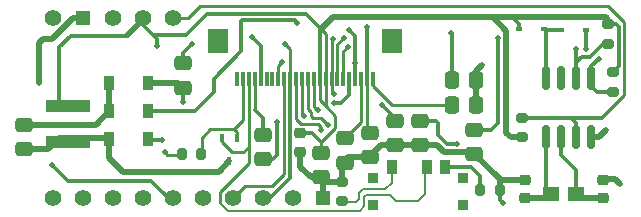
<source format=gtl>
G04 #@! TF.GenerationSoftware,KiCad,Pcbnew,6.0.8-f2edbf62ab~116~ubuntu20.04.1*
G04 #@! TF.CreationDate,2022-10-29T07:55:17+02:00*
G04 #@! TF.ProjectId,tinypico-goodisplay,74696e79-7069-4636-9f2d-676f6f646973,rev?*
G04 #@! TF.SameCoordinates,Original*
G04 #@! TF.FileFunction,Copper,L1,Top*
G04 #@! TF.FilePolarity,Positive*
%FSLAX46Y46*%
G04 Gerber Fmt 4.6, Leading zero omitted, Abs format (unit mm)*
G04 Created by KiCad (PCBNEW 6.0.8-f2edbf62ab~116~ubuntu20.04.1) date 2022-10-29 07:55:17*
%MOMM*%
%LPD*%
G01*
G04 APERTURE LIST*
G04 Aperture macros list*
%AMRoundRect*
0 Rectangle with rounded corners*
0 $1 Rounding radius*
0 $2 $3 $4 $5 $6 $7 $8 $9 X,Y pos of 4 corners*
0 Add a 4 corners polygon primitive as box body*
4,1,4,$2,$3,$4,$5,$6,$7,$8,$9,$2,$3,0*
0 Add four circle primitives for the rounded corners*
1,1,$1+$1,$2,$3*
1,1,$1+$1,$4,$5*
1,1,$1+$1,$6,$7*
1,1,$1+$1,$8,$9*
0 Add four rect primitives between the rounded corners*
20,1,$1+$1,$2,$3,$4,$5,0*
20,1,$1+$1,$4,$5,$6,$7,0*
20,1,$1+$1,$6,$7,$8,$9,0*
20,1,$1+$1,$8,$9,$2,$3,0*%
G04 Aperture macros list end*
G04 #@! TA.AperFunction,SMDPad,CuDef*
%ADD10RoundRect,0.250000X0.475000X-0.337500X0.475000X0.337500X-0.475000X0.337500X-0.475000X-0.337500X0*%
G04 #@! TD*
G04 #@! TA.AperFunction,SMDPad,CuDef*
%ADD11RoundRect,0.250000X0.337500X0.475000X-0.337500X0.475000X-0.337500X-0.475000X0.337500X-0.475000X0*%
G04 #@! TD*
G04 #@! TA.AperFunction,SMDPad,CuDef*
%ADD12R,0.600000X0.450000*%
G04 #@! TD*
G04 #@! TA.AperFunction,SMDPad,CuDef*
%ADD13R,0.450000X0.700000*%
G04 #@! TD*
G04 #@! TA.AperFunction,SMDPad,CuDef*
%ADD14RoundRect,0.200000X-0.200000X-0.275000X0.200000X-0.275000X0.200000X0.275000X-0.200000X0.275000X0*%
G04 #@! TD*
G04 #@! TA.AperFunction,SMDPad,CuDef*
%ADD15R,1.422400X1.295400*%
G04 #@! TD*
G04 #@! TA.AperFunction,SMDPad,CuDef*
%ADD16RoundRect,0.225000X0.250000X-0.225000X0.250000X0.225000X-0.250000X0.225000X-0.250000X-0.225000X0*%
G04 #@! TD*
G04 #@! TA.AperFunction,SMDPad,CuDef*
%ADD17R,0.889000X1.244600*%
G04 #@! TD*
G04 #@! TA.AperFunction,SMDPad,CuDef*
%ADD18R,0.812800X0.939800*%
G04 #@! TD*
G04 #@! TA.AperFunction,SMDPad,CuDef*
%ADD19RoundRect,0.200000X0.275000X-0.200000X0.275000X0.200000X-0.275000X0.200000X-0.275000X-0.200000X0*%
G04 #@! TD*
G04 #@! TA.AperFunction,SMDPad,CuDef*
%ADD20R,0.900000X1.200000*%
G04 #@! TD*
G04 #@! TA.AperFunction,SMDPad,CuDef*
%ADD21R,3.708400X1.092200*%
G04 #@! TD*
G04 #@! TA.AperFunction,SMDPad,CuDef*
%ADD22RoundRect,0.200000X0.200000X0.275000X-0.200000X0.275000X-0.200000X-0.275000X0.200000X-0.275000X0*%
G04 #@! TD*
G04 #@! TA.AperFunction,ComponentPad*
%ADD23C,1.422400*%
G04 #@! TD*
G04 #@! TA.AperFunction,ComponentPad*
%ADD24R,1.270000X1.270000*%
G04 #@! TD*
G04 #@! TA.AperFunction,SMDPad,CuDef*
%ADD25R,0.304800X1.193800*%
G04 #@! TD*
G04 #@! TA.AperFunction,SMDPad,CuDef*
%ADD26R,1.803400X2.006600*%
G04 #@! TD*
G04 #@! TA.AperFunction,SMDPad,CuDef*
%ADD27RoundRect,0.225000X-0.250000X0.225000X-0.250000X-0.225000X0.250000X-0.225000X0.250000X0.225000X0*%
G04 #@! TD*
G04 #@! TA.AperFunction,SMDPad,CuDef*
%ADD28RoundRect,0.250000X-0.475000X0.337500X-0.475000X-0.337500X0.475000X-0.337500X0.475000X0.337500X0*%
G04 #@! TD*
G04 #@! TA.AperFunction,SMDPad,CuDef*
%ADD29RoundRect,0.150000X0.150000X-0.825000X0.150000X0.825000X-0.150000X0.825000X-0.150000X-0.825000X0*%
G04 #@! TD*
G04 #@! TA.AperFunction,ViaPad*
%ADD30C,0.500000*%
G04 #@! TD*
G04 #@! TA.AperFunction,Conductor*
%ADD31C,0.250000*%
G04 #@! TD*
G04 #@! TA.AperFunction,Conductor*
%ADD32C,0.500000*%
G04 #@! TD*
G04 #@! TA.AperFunction,Conductor*
%ADD33C,0.350000*%
G04 #@! TD*
G04 #@! TA.AperFunction,Conductor*
%ADD34C,0.300000*%
G04 #@! TD*
G04 #@! TA.AperFunction,Conductor*
%ADD35C,0.200000*%
G04 #@! TD*
G04 APERTURE END LIST*
D10*
X98950000Y-49537500D03*
X98950000Y-47462500D03*
D11*
X112087500Y-41350000D03*
X110012500Y-41350000D03*
D10*
X87250000Y-41987500D03*
X87250000Y-39912500D03*
D12*
X117850000Y-36995000D03*
X115750000Y-36995000D03*
D13*
X91850000Y-46200000D03*
X90550000Y-46200000D03*
X91200000Y-48200000D03*
D14*
X112425000Y-50600000D03*
X114075000Y-50600000D03*
D10*
X107350000Y-46837500D03*
X107350000Y-44762500D03*
D15*
X120592200Y-50950000D03*
X118407800Y-50950000D03*
D16*
X97200000Y-47375000D03*
X97200000Y-45825000D03*
D17*
X104942100Y-48664820D03*
X107939300Y-48664820D03*
X109437900Y-48664820D03*
D18*
X103390160Y-49609700D03*
X110989840Y-49609700D03*
X103390160Y-51870300D03*
X110989840Y-51870300D03*
D19*
X123300000Y-38250000D03*
X123300000Y-36600000D03*
D20*
X81050000Y-43950000D03*
X84350000Y-43950000D03*
D19*
X115950000Y-46175000D03*
X115950000Y-44525000D03*
D10*
X105250000Y-46837500D03*
X105250000Y-44762500D03*
X94050000Y-48037500D03*
X94050000Y-45962500D03*
D20*
X84350000Y-41550000D03*
X81050000Y-41550000D03*
D12*
X119300000Y-37050000D03*
X121400000Y-37050000D03*
D19*
X100700000Y-51575000D03*
X100700000Y-49925000D03*
D11*
X112087500Y-43450000D03*
X110012500Y-43450000D03*
D21*
X77550000Y-46548600D03*
X77550000Y-43551400D03*
D22*
X88825000Y-47550000D03*
X87175000Y-47550000D03*
D23*
X76254000Y-36080000D03*
D24*
X78794000Y-36080000D03*
D23*
X81334000Y-36080000D03*
X83874000Y-36080000D03*
X86414000Y-36080000D03*
D24*
X99114000Y-51320000D03*
D23*
X96574000Y-51320000D03*
X94034000Y-51320000D03*
X91494000Y-51320000D03*
X88954000Y-51320000D03*
X86414000Y-51320000D03*
X83874000Y-51320000D03*
X81334000Y-51320000D03*
X78794000Y-51320000D03*
X76254000Y-51320000D03*
D10*
X111950000Y-47587500D03*
X111950000Y-45512500D03*
D25*
X103350001Y-41199999D03*
X102850000Y-41199999D03*
X102350001Y-41199999D03*
X101849999Y-41199999D03*
X101350000Y-41199999D03*
X100850001Y-41199999D03*
X100350000Y-41199999D03*
X99850001Y-41199999D03*
X99349999Y-41199999D03*
X98850000Y-41199999D03*
X98350001Y-41199999D03*
X97850000Y-41199999D03*
X97350000Y-41199999D03*
X96849999Y-41199999D03*
X96350000Y-41199999D03*
X95850001Y-41199999D03*
X95349999Y-41199999D03*
X94850000Y-41199999D03*
X94349999Y-41199999D03*
X93850000Y-41199999D03*
X93350001Y-41199999D03*
X92849999Y-41199999D03*
X92350000Y-41199999D03*
X91850001Y-41199999D03*
D26*
X105000000Y-38050000D03*
X90200000Y-38050000D03*
D19*
X123650000Y-42300000D03*
X123650000Y-40650000D03*
D10*
X103150000Y-47837500D03*
X103150000Y-45762500D03*
D27*
X116200000Y-49775000D03*
X116200000Y-51325000D03*
D20*
X84350000Y-46350000D03*
X81050000Y-46350000D03*
D27*
X122800000Y-49775000D03*
X122800000Y-51325000D03*
D28*
X73800000Y-45100000D03*
X73800000Y-47175000D03*
D29*
X118045000Y-46125000D03*
X119315000Y-46125000D03*
X120585000Y-46125000D03*
X121855000Y-46125000D03*
X121855000Y-41175000D03*
X120585000Y-41175000D03*
X119315000Y-41175000D03*
X118045000Y-41175000D03*
D10*
X101000000Y-48337500D03*
X101000000Y-46262500D03*
D30*
X100100000Y-42500000D03*
X95250000Y-44900000D03*
X124250000Y-50150000D03*
X109450000Y-47450000D03*
X114350000Y-51750000D03*
X75050000Y-41550000D03*
X87250000Y-43150000D03*
X85750000Y-47450000D03*
X123100000Y-45550000D03*
X112550000Y-40050000D03*
X99950000Y-37850000D03*
X95700000Y-39750000D03*
X85100000Y-38400000D03*
X95950000Y-38250000D03*
X121400000Y-38700000D03*
X97500000Y-44400000D03*
X99550000Y-45100000D03*
X98950000Y-45550000D03*
X98700000Y-43850000D03*
X88000000Y-38250000D03*
X93100000Y-37650000D03*
X113950000Y-37750000D03*
X100900000Y-37750000D03*
X110500000Y-46750000D03*
X100050000Y-43300000D03*
X101250000Y-38500000D03*
X110000000Y-37350000D03*
X101350000Y-37050000D03*
X104100000Y-43400000D03*
X85500000Y-46400000D03*
X101850000Y-39900000D03*
X102850000Y-36850000D03*
X96950000Y-36450000D03*
X122500000Y-39500000D03*
X76150000Y-48500000D03*
X120550000Y-38650000D03*
D31*
X99850001Y-41199999D02*
X99850001Y-42250001D01*
D32*
X122800000Y-49725000D02*
X123825000Y-49725000D01*
X114125000Y-49775000D02*
X114075000Y-49725000D01*
X97200000Y-47375000D02*
X97200000Y-48650000D01*
X112087500Y-43450000D02*
X112087500Y-41350000D01*
X112087500Y-40512500D02*
X112550000Y-40050000D01*
X101000000Y-48050000D02*
X101212500Y-47837500D01*
X109400000Y-47450000D02*
X109450000Y-47450000D01*
D33*
X94050000Y-48037500D02*
X94912500Y-48037500D01*
D34*
X114075000Y-51475000D02*
X114350000Y-51750000D01*
D32*
X104062500Y-46837500D02*
X105250000Y-46837500D01*
D31*
X95349999Y-41199999D02*
X95349999Y-40100001D01*
D32*
X105250000Y-46837500D02*
X107350000Y-46837500D01*
X114075000Y-49725000D02*
X114075000Y-50600000D01*
D33*
X95250000Y-47700000D02*
X95250000Y-44900000D01*
D31*
X99850001Y-41199999D02*
X99850001Y-37949999D01*
D32*
X76200000Y-37850000D02*
X75400000Y-37850000D01*
D34*
X114075000Y-50600000D02*
X114075000Y-51475000D01*
D31*
X99850001Y-37949999D02*
X99950000Y-37850000D01*
D32*
X108787500Y-46837500D02*
X109400000Y-47450000D01*
X107350000Y-46837500D02*
X108787500Y-46837500D01*
X101212500Y-47837500D02*
X103150000Y-47837500D01*
X103150000Y-47750000D02*
X104062500Y-46837500D01*
X99114000Y-51320000D02*
X99114000Y-49701500D01*
X100700000Y-49925000D02*
X99337500Y-49925000D01*
X75400000Y-37850000D02*
X75050000Y-38200000D01*
X77970000Y-36080000D02*
X76200000Y-37850000D01*
X97200000Y-48650000D02*
X98087500Y-49537500D01*
D31*
X85950000Y-47650000D02*
X85750000Y-47450000D01*
D32*
X122525000Y-46125000D02*
X123100000Y-45550000D01*
X111800000Y-47450000D02*
X111950000Y-47600000D01*
D31*
X99850001Y-42250001D02*
X100100000Y-42500000D01*
D32*
X109450000Y-47450000D02*
X111800000Y-47450000D01*
X98950000Y-49537500D02*
X98087500Y-49537500D01*
X78794000Y-36080000D02*
X77970000Y-36080000D01*
X100700000Y-48637500D02*
X101000000Y-48337500D01*
X75050000Y-38200000D02*
X75050000Y-41550000D01*
D31*
X95349999Y-40100001D02*
X95700000Y-39750000D01*
D32*
X123825000Y-49725000D02*
X124250000Y-50150000D01*
X112087500Y-41350000D02*
X112087500Y-40512500D01*
X84350000Y-41550000D02*
X86812500Y-41550000D01*
D33*
X94912500Y-48037500D02*
X95250000Y-47700000D01*
D31*
X86850000Y-47650000D02*
X85950000Y-47650000D01*
D32*
X100700000Y-49925000D02*
X100700000Y-48637500D01*
X103150000Y-47837500D02*
X103150000Y-47750000D01*
X121855000Y-46125000D02*
X122525000Y-46125000D01*
X101000000Y-48337500D02*
X101000000Y-48050000D01*
X111950000Y-47600000D02*
X114075000Y-49725000D01*
X86812500Y-41550000D02*
X87250000Y-41987500D01*
X116200000Y-49775000D02*
X114125000Y-49775000D01*
X99337500Y-49925000D02*
X98950000Y-49537500D01*
D34*
X87250000Y-41987500D02*
X87250000Y-43150000D01*
D31*
X98975000Y-37025000D02*
X98850000Y-36900000D01*
D32*
X100000000Y-36000000D02*
X98975000Y-37025000D01*
D33*
X97200000Y-45825000D02*
X98175000Y-45825000D01*
D32*
X113200000Y-36000000D02*
X100000000Y-36000000D01*
D33*
X83874000Y-36624000D02*
X84750000Y-37500000D01*
D31*
X100150000Y-45400000D02*
X98950000Y-46600000D01*
D33*
X89350000Y-35700000D02*
X97650000Y-35700000D01*
D34*
X98850000Y-36900000D02*
X98850000Y-41650000D01*
D33*
X83874000Y-36326000D02*
X82650000Y-37550000D01*
D32*
X114650000Y-37150000D02*
X114650000Y-45800000D01*
D33*
X84750000Y-37500000D02*
X85100000Y-37850000D01*
X97650000Y-35700000D02*
X98850000Y-36900000D01*
X98175000Y-45825000D02*
X98950000Y-46600000D01*
X115750000Y-36600000D02*
X115150000Y-36000000D01*
X76800000Y-38550000D02*
X76800000Y-43450000D01*
D32*
X115150000Y-36000000D02*
X123100000Y-36000000D01*
D31*
X99350000Y-37400000D02*
X98975000Y-37025000D01*
D33*
X82550000Y-37404000D02*
X83874000Y-36080000D01*
D34*
X124150000Y-40150000D02*
X124150000Y-36800000D01*
D31*
X98850000Y-43050000D02*
X99350000Y-43550000D01*
D32*
X115025000Y-46175000D02*
X115950000Y-46175000D01*
X115150000Y-36000000D02*
X113200000Y-36000000D01*
D33*
X115750000Y-36995000D02*
X115750000Y-36600000D01*
D32*
X123100000Y-36000000D02*
X123300000Y-36200000D01*
D31*
X99350000Y-41650000D02*
X99350000Y-43550000D01*
D34*
X123650000Y-40650000D02*
X124150000Y-40150000D01*
D33*
X84750000Y-37500000D02*
X87550000Y-37500000D01*
D32*
X123300000Y-36200000D02*
X123300000Y-36600000D01*
D33*
X85100000Y-37850000D02*
X85100000Y-38400000D01*
X87550000Y-37500000D02*
X89350000Y-35700000D01*
D32*
X113500000Y-36000000D02*
X114650000Y-37150000D01*
X113200000Y-36000000D02*
X113500000Y-36000000D01*
D31*
X98850000Y-41650000D02*
X98850000Y-43050000D01*
D32*
X114650000Y-45800000D02*
X115025000Y-46175000D01*
D33*
X77800000Y-37550000D02*
X76800000Y-38550000D01*
X82650000Y-37550000D02*
X77800000Y-37550000D01*
D31*
X100150000Y-44350000D02*
X100150000Y-45400000D01*
D34*
X123950000Y-36600000D02*
X123300000Y-36600000D01*
D31*
X99350000Y-41650000D02*
X99350000Y-37400000D01*
D33*
X83874000Y-36080000D02*
X83874000Y-36326000D01*
D31*
X98950000Y-46600000D02*
X98950000Y-47462500D01*
D34*
X124150000Y-36800000D02*
X123950000Y-36600000D01*
D31*
X99350000Y-43550000D02*
X100150000Y-44350000D01*
D34*
X94630000Y-51320000D02*
X94034000Y-51320000D01*
D31*
X96350000Y-38650000D02*
X95950000Y-38250000D01*
D34*
X96350000Y-49600000D02*
X94630000Y-51320000D01*
D31*
X96350000Y-41199999D02*
X96350000Y-38650000D01*
D34*
X96350000Y-41650000D02*
X96350000Y-49600000D01*
D31*
X95850000Y-49250000D02*
X94850000Y-50250000D01*
X94850000Y-50250000D02*
X92564000Y-50250000D01*
X92564000Y-50250000D02*
X91494000Y-51320000D01*
X95850000Y-41650000D02*
X95850000Y-49250000D01*
D33*
X121400000Y-38700000D02*
X121400000Y-37050000D01*
X118045000Y-50587200D02*
X118407800Y-50950000D01*
X118045000Y-46125000D02*
X118045000Y-50587200D01*
D32*
X116200000Y-51325000D02*
X118032800Y-51325000D01*
X118032800Y-51325000D02*
X118407800Y-50950000D01*
D31*
X97350000Y-44250000D02*
X97500000Y-44400000D01*
X97350000Y-41650000D02*
X97350000Y-44250000D01*
X98950000Y-44500000D02*
X99550000Y-45100000D01*
X98100000Y-44000000D02*
X98100000Y-44350000D01*
X97850000Y-43750000D02*
X98100000Y-44000000D01*
X98250000Y-44500000D02*
X98100000Y-44350000D01*
X98950000Y-44500000D02*
X98250000Y-44500000D01*
X97850000Y-41650000D02*
X97850000Y-43750000D01*
X98950000Y-45550000D02*
X98950000Y-45300000D01*
X96850000Y-44600000D02*
X96850000Y-41650000D01*
X97300000Y-45050000D02*
X96850000Y-44600000D01*
X98700000Y-45050000D02*
X97300000Y-45050000D01*
X98950000Y-45300000D02*
X98700000Y-45050000D01*
X98350000Y-43600000D02*
X98350000Y-41650000D01*
X98600000Y-43850000D02*
X98350000Y-43600000D01*
X98700000Y-43850000D02*
X98600000Y-43850000D01*
D34*
X112425000Y-49425000D02*
X112425000Y-50600000D01*
X109437900Y-48664820D02*
X111664820Y-48664820D01*
X111664820Y-48664820D02*
X112425000Y-49425000D01*
X88000000Y-38250000D02*
X87250000Y-39000000D01*
X93850000Y-41650000D02*
X93850000Y-38400000D01*
X87250000Y-39000000D02*
X87250000Y-39912500D01*
X93850000Y-38400000D02*
X93100000Y-37650000D01*
D35*
X102200000Y-50880000D02*
X102200000Y-51350000D01*
X102200000Y-50880000D02*
X102540000Y-50540000D01*
X102540000Y-50540000D02*
X104420000Y-50540000D01*
X101925000Y-51625000D02*
X101200000Y-51625000D01*
X102200000Y-51350000D02*
X101925000Y-51625000D01*
X104942100Y-50017900D02*
X104942100Y-48664820D01*
X104420000Y-50540000D02*
X104942100Y-50017900D01*
D31*
X103350001Y-41800001D02*
X105000000Y-43450000D01*
X103350001Y-41199999D02*
X103350001Y-41800001D01*
X105000000Y-43450000D02*
X110012500Y-43450000D01*
X93350001Y-41199999D02*
X93350000Y-43850000D01*
D34*
X94050000Y-44550000D02*
X94050000Y-45962500D01*
X93350000Y-43850000D02*
X94050000Y-44550000D01*
D31*
X102350000Y-44912500D02*
X101000000Y-46262500D01*
X102350001Y-41199999D02*
X102350000Y-44912500D01*
D34*
X113375000Y-45525000D02*
X113950000Y-44950000D01*
X113950000Y-44950000D02*
X113950000Y-37750000D01*
X113362500Y-45512500D02*
X111950000Y-45512500D01*
D31*
X100350000Y-41199999D02*
X100350000Y-38300000D01*
D34*
X113375000Y-45525000D02*
X113362500Y-45512500D01*
D31*
X100350000Y-38300000D02*
X100900000Y-37750000D01*
D34*
X109650000Y-46750000D02*
X110500000Y-46750000D01*
X108850000Y-45500000D02*
X108850000Y-44950000D01*
X101350000Y-42600000D02*
X100650000Y-43300000D01*
X108850000Y-45950000D02*
X109650000Y-46750000D01*
X108850000Y-45500000D02*
X108850000Y-45950000D01*
X101350000Y-41650000D02*
X101350000Y-42600000D01*
X100650000Y-43300000D02*
X100050000Y-43300000D01*
X108850000Y-44950000D02*
X108662500Y-44762500D01*
X108662500Y-44762500D02*
X107350000Y-44762500D01*
D33*
X110012500Y-41350000D02*
X110012500Y-37362500D01*
D31*
X100850001Y-38899999D02*
X101250000Y-38500000D01*
D33*
X110012500Y-37362500D02*
X110000000Y-37350000D01*
D31*
X100850001Y-41199999D02*
X100850001Y-38899999D01*
D34*
X101850000Y-37550000D02*
X101350000Y-37050000D01*
X85500000Y-46400000D02*
X84400000Y-46400000D01*
X104100000Y-43400000D02*
X105250000Y-44550000D01*
D31*
X105250000Y-44600000D02*
X105250000Y-44762500D01*
D34*
X84400000Y-46400000D02*
X84350000Y-46350000D01*
X101850000Y-39900000D02*
X101850000Y-37550000D01*
X101850000Y-41650000D02*
X101850000Y-39900000D01*
X96750000Y-36250000D02*
X96950000Y-36450000D01*
X88250000Y-43950000D02*
X89900000Y-42300000D01*
X92200000Y-38900000D02*
X92200000Y-36300000D01*
X89900000Y-41200000D02*
X92200000Y-38900000D01*
X102850000Y-36850000D02*
X102850000Y-41650000D01*
X84350000Y-43950000D02*
X88250000Y-43950000D01*
X92250000Y-36250000D02*
X96750000Y-36250000D01*
X89900000Y-42300000D02*
X89900000Y-41200000D01*
D31*
X102850000Y-41199999D02*
X102850000Y-45462500D01*
D32*
X81050000Y-43950000D02*
X81050000Y-41550000D01*
X73800000Y-45100000D02*
X79900000Y-45100000D01*
X79900000Y-45100000D02*
X81050000Y-43950000D01*
X90300000Y-49100000D02*
X82200000Y-49100000D01*
X75875000Y-47175000D02*
X76800000Y-46250000D01*
X91200000Y-48200000D02*
X90300000Y-49100000D01*
X80950000Y-46250000D02*
X81050000Y-46350000D01*
X76800000Y-46250000D02*
X80950000Y-46250000D01*
X81050000Y-47950000D02*
X81050000Y-46350000D01*
X73800000Y-47175000D02*
X75875000Y-47175000D01*
X82200000Y-49100000D02*
X81050000Y-47950000D01*
D35*
X90400000Y-51725000D02*
X91050000Y-52375000D01*
D31*
X92849999Y-41199999D02*
X92850000Y-46950000D01*
X90400000Y-50775000D02*
X90400000Y-51725000D01*
D35*
X102255000Y-52375000D02*
X102630000Y-52000000D01*
D31*
X92850000Y-48325000D02*
X90400000Y-50775000D01*
D35*
X107800000Y-50990000D02*
X107800000Y-48804120D01*
D31*
X92850000Y-46950000D02*
X92850000Y-48325000D01*
X92350000Y-47450000D02*
X92850000Y-46950000D01*
D35*
X105310000Y-51590000D02*
X107200000Y-51590000D01*
D31*
X90550000Y-46200000D02*
X90550000Y-46600000D01*
D35*
X102630000Y-51230000D02*
X102780000Y-51080000D01*
D31*
X91400000Y-47450000D02*
X92350000Y-47450000D01*
X90550000Y-46600000D02*
X91400000Y-47450000D01*
D35*
X102780000Y-51080000D02*
X104800000Y-51080000D01*
X107800000Y-48804120D02*
X107939300Y-48664820D01*
X102630000Y-52000000D02*
X102630000Y-51230000D01*
X91050000Y-52375000D02*
X102255000Y-52375000D01*
X104800000Y-51080000D02*
X105310000Y-51590000D01*
X107200000Y-51590000D02*
X107800000Y-50990000D01*
D31*
X88850000Y-46200000D02*
X88850000Y-47650000D01*
X91600000Y-45450000D02*
X89600000Y-45450000D01*
X92350000Y-44700000D02*
X91600000Y-45450000D01*
X92350000Y-41199999D02*
X92350000Y-44700000D01*
X91850000Y-45700000D02*
X91600000Y-45450000D01*
X89600000Y-45450000D02*
X88850000Y-46200000D01*
X91850000Y-46200000D02*
X91850000Y-45700000D01*
D33*
X120592200Y-48942200D02*
X120592200Y-50950000D01*
D32*
X122800000Y-51325000D02*
X120967200Y-51325000D01*
D33*
X119315000Y-46125000D02*
X119315000Y-47665000D01*
D32*
X120967200Y-51325000D02*
X120592200Y-50950000D01*
D33*
X119315000Y-47665000D02*
X120592200Y-48942200D01*
X117905000Y-37050000D02*
X119300000Y-37050000D01*
X117850000Y-36995000D02*
X117905000Y-37050000D01*
X118045000Y-41175000D02*
X118045000Y-37190000D01*
X118045000Y-37190000D02*
X117850000Y-36995000D01*
D31*
X124650000Y-36400000D02*
X124650000Y-42550000D01*
X123300000Y-35050000D02*
X124650000Y-36400000D01*
X122800000Y-35050000D02*
X123300000Y-35050000D01*
D33*
X120125000Y-44525000D02*
X120585000Y-44985000D01*
D31*
X88700000Y-35050000D02*
X122800000Y-35050000D01*
X86414000Y-36080000D02*
X87670000Y-36080000D01*
D33*
X120585000Y-44985000D02*
X120585000Y-46125000D01*
X120125000Y-44525000D02*
X115950000Y-44525000D01*
D31*
X87670000Y-36080000D02*
X88700000Y-35050000D01*
X124650000Y-42550000D02*
X122675000Y-44525000D01*
D33*
X120125000Y-44525000D02*
X122675000Y-44525000D01*
X121855000Y-41175000D02*
X121855000Y-41855000D01*
X121855000Y-40145000D02*
X122500000Y-39500000D01*
X121855000Y-41855000D02*
X122300000Y-42300000D01*
X122300000Y-42300000D02*
X123650000Y-42300000D01*
X121855000Y-41175000D02*
X121855000Y-40145000D01*
X120585000Y-41175000D02*
X120585000Y-39815000D01*
X86070000Y-51320000D02*
X85450000Y-50700000D01*
X77500000Y-49850000D02*
X76150000Y-48500000D01*
X86370000Y-51320000D02*
X86070000Y-51320000D01*
X120550000Y-38650000D02*
X120550000Y-41140000D01*
X79200000Y-49850000D02*
X77500000Y-49850000D01*
X85450000Y-50700000D02*
X84600000Y-49850000D01*
X84600000Y-49850000D02*
X79200000Y-49850000D01*
X122850000Y-38250000D02*
X123300000Y-38250000D01*
X121050000Y-39350000D02*
X121750000Y-39350000D01*
X121750000Y-39350000D02*
X122850000Y-38250000D01*
X120550000Y-41140000D02*
X120585000Y-41175000D01*
X86414000Y-51320000D02*
X86370000Y-51320000D01*
X120585000Y-39815000D02*
X121050000Y-39350000D01*
M02*

</source>
